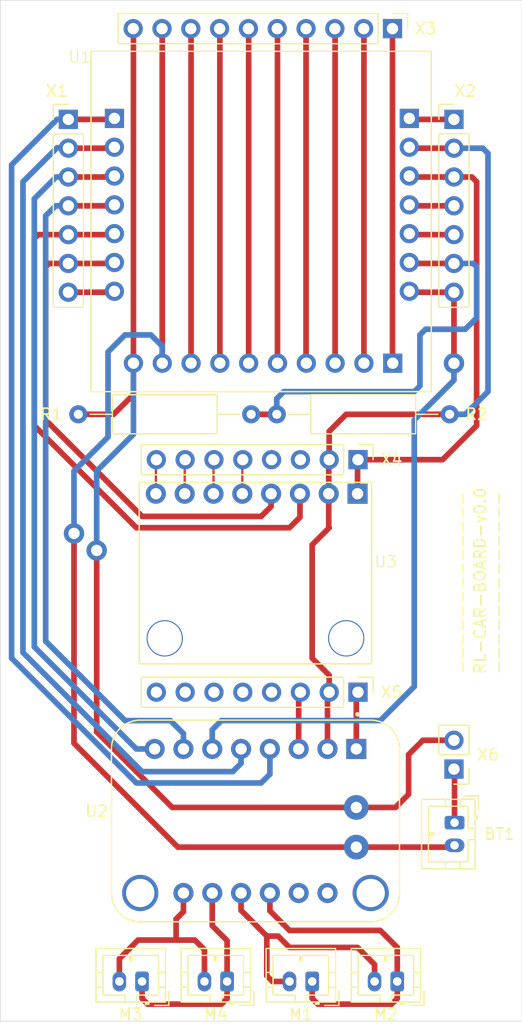
<source format=kicad_pcb>
(kicad_pcb (version 20241229) (generator "pcbnew") (generator_version "9.0")
  (layers (0 "F.Cu" signal) (2 "B.Cu" signal) (13 "F.Paste" user) (15 "B.Paste" user) (5 "F.SilkS" user "F.Silkscreen") (7 "B.SilkS" user "B.Silkscreen") (1 "F.Mask" user) (3 "B.Mask" user) (25 "Edge.Cuts" user))
  (net 0 "")
  (net 1 "Net-(BT1-+)")
  (net 2 "VBAT-")
  (net 3 "Net-(M1--)")
  (net 4 "Net-(M1-+)")
  (net 5 "Net-(M3-+)")
  (net 6 "Net-(M3--)")
  (net 7 "BAT_SENSE")
  (net 8 "VBAT+")
  (net 9 "GND")
  (net 10 "Net-(U1-5V)")
  (net 11 "3V3")
  (net 12 "ACC_SDA")
  (net 13 "Net-(U1-MTCK)")
  (net 14 "Net-(U1-GND-Pad20)")
  (net 15 "Net-(U1-MTDO)")
  (net 16 "MOT_B_DIR")
  (net 17 "Net-(U1-D+)")
  (net 18 "Net-(U1-MTMS)")
  (net 19 "Net-(U1-D-)")
  (net 20 "MOT_A_DIR_PWM")
  (net 21 "Net-(U1-GPIO43_TX_D6)")
  (net 22 "MOT_B_DIR_PWM")
  (net 23 "Net-(U1-TCH8_GPIO8_A9_D9_MISO)")
  (net 24 "ACC_SCL")
  (net 25 "MOT_SLP")
  (net 26 "Net-(U1-EN)")
  (net 27 "Net-(U1-TCH9_GPIO9_A10_D10_MOSI)")
  (net 28 "MOT_A_DIR")
  (net 29 "Net-(U1-MTDI)")
  (net 30 "Net-(U2-VM)")
  (net 31 "Net-(U2-FLT)")
  (net 34 "Net-(U3-INT)")
  (net 35 "Net-(U3-XCL)")
  (net 36 "Net-(U3-AD0)")
  (net 37 "Net-(U3-XDA)")
  (footprint "pin_header:PinHeader_1x02_P2.54mm_Vertical" (layer "F.Cu") (at 132 113.275 180)
    (property "Reference" "X6" (at -3 1.275 0) (layer "F.SilkS"))
    (property "Value" "~")
    (fp_line (start 1.33 1.27) (end 1.33 3.87) (stroke (width 0.12)) (layer "F.SilkS"))
    (fp_line (start -1.33 3.87) (end 1.33 3.87) (stroke (width 0.12)) (layer "F.SilkS"))
    (fp_line (start -1.33 1.27) (end 1.33 1.27) (stroke (width 0.12)) (layer "F.SilkS"))
    (fp_line (start -1.33 1.27) (end -1.33 3.87) (stroke (width 0.12)) (layer "F.SilkS"))
    (fp_line (start -1.33 0) (end -1.33 -1.33) (stroke (width 0.12)) (layer "F.SilkS"))
    (fp_line (start -1.33 -1.33) (end 0 -1.33) (stroke (width 0.12)) (layer "F.SilkS"))
    (pad "1" thru_hole rect (at 0 0 180) (size 1.7 1.7) (drill 1) (layers "*.Cu" "*.Mask") (net 1 "Net-(BT1-+)"))
    (pad "2" thru_hole oval (at 0 2.54 180) (size 1.7 1.7) (drill 1) (layers "*.Cu" "*.Mask") (net 8 "VBAT+"))
  )
  (footprint "Connector_JST:JST_PH_B2B-PH-K_1x02_P2.00mm_Vertical" (layer "F.Cu") (at 104.5 132 180)
    (property "Reference" "M3" (at 1 -2.9 0) (layer "F.SilkS"))
    (property "Value" "Motor_DC")
    (fp_line (start 4.06 2.91) (end 4.06 -1.81) (stroke (width 0.12)) (layer "F.SilkS"))
    (fp_line (start 4.06 0.8) (end 3.45 0.8) (stroke (width 0.12)) (layer "F.SilkS"))
    (fp_line (start 4.06 -0.5) (end 3.45 -0.5) (stroke (width 0.12)) (layer "F.SilkS"))
    (fp_line (start 4.06 -1.81) (end -2.06 -1.81) (stroke (width 0.12)) (layer "F.SilkS"))
    (fp_line (start 3.45 2.3) (end 3.45 -1.2) (stroke (width 0.12)) (layer "F.SilkS"))
    (fp_line (start 3.45 -1.2) (end 1.5 -1.2) (stroke (width 0.12)) (layer "F.SilkS"))
    (fp_line (start 1.5 -1.2) (end 1.5 -1.81) (stroke (width 0.12)) (layer "F.SilkS"))
    (fp_line (start 1.1 1.8) (end 1.1 2.3) (stroke (width 0.12)) (layer "F.SilkS"))
    (fp_line (start 1 2.3) (end 1 1.8) (stroke (width 0.12)) (layer "F.SilkS"))
    (fp_line (start 0.9 2.3) (end 0.9 1.8) (stroke (width 0.12)) (layer "F.SilkS"))
    (fp_line (start 0.9 1.8) (end 1.1 1.8) (stroke (width 0.12)) (layer "F.SilkS"))
    (fp_line (start 0.5 -1.2) (end -1.45 -1.2) (stroke (width 0.12)) (layer "F.SilkS"))
    (fp_line (start 0.5 -1.81) (end 0.5 -1.2) (stroke (width 0.12)) (layer "F.SilkS"))
    (fp_line (start -0.3 -1.81) (end -0.3 -2.01) (stroke (width 0.12)) (layer "F.SilkS"))
    (fp_line (start -0.3 -1.91) (end -0.6 -1.91) (stroke (width 0.12)) (layer "F.SilkS"))
    (fp_line (start -0.3 -2.01) (end -0.6 -2.01) (stroke (width 0.12)) (layer "F.SilkS"))
    (fp_line (start -0.6 -2.01) (end -0.6 -1.81) (stroke (width 0.12)) (layer "F.SilkS"))
    (fp_line (start -1.11 -2.11) (end -2.36 -2.11) (stroke (width 0.12)) (layer "F.SilkS"))
    (fp_line (start -1.45 2.3) (end 3.45 2.3) (stroke (width 0.12)) (layer "F.SilkS"))
    (fp_line (start -1.45 -1.2) (end -1.45 2.3) (stroke (width 0.12)) (layer "F.SilkS"))
    (fp_line (start -2.06 2.91) (end 4.06 2.91) (stroke (width 0.12)) (layer "F.SilkS"))
    (fp_line (start -2.06 0.8) (end -1.45 0.8) (stroke (width 0.12)) (layer "F.SilkS"))
    (fp_line (start -2.06 -0.5) (end -1.45 -0.5) (stroke (width 0.12)) (layer "F.SilkS"))
    (fp_line (start -2.06 -1.81) (end -2.06 2.91) (stroke (width 0.12)) (layer "F.SilkS"))
    (fp_line (start -2.36 -2.11) (end -2.36 -0.86) (stroke (width 0.12)) (layer "F.SilkS"))
    (pad "1" thru_hole roundrect (at 0 0 180) (size 1.2 1.75) (drill 0.75) (layers "*.Cu" "*.Mask") (roundrect_rratio 0.208333) (net 5 "Net-(M3-+)"))
    (pad "2" thru_hole oval (at 2 0 180) (size 1.2 1.75) (drill 0.75) (layers "*.Cu" "*.Mask") (net 6 "Net-(M3--)"))
  )
  (footprint "MountingHole:MountingHole_2.2mm_M2" (layer "F.Cu") (at 95 48.5)
    (property "Reference" "REF**" (hide yes))
    (property "Value" "MountingHole_2.2mm_M2" (hide yes))
    (pad "" np_thru_hole circle (at 0 0) (size 2.2 2.2) (drill 2.2) (layers "*.Cu" "*.Mask"))
  )
  (footprint "pin_header:PinHeader_1x08_P2.54mm_Vertical" (layer "F.Cu") (at 123.54 106.5 -90)
    (property "Reference" "X5" (at 0 -2.96 180) (layer "F.SilkS"))
    (property "Value" "~")
    (fp_line (start -1.33 19.11) (end 1.33 19.11) (stroke (width 0.12)) (layer "F.SilkS"))
    (fp_line (start -1.33 1.27) (end -1.33 19.11) (stroke (width 0.12)) (layer "F.SilkS"))
    (fp_line (start -1.33 1.27) (end 1.33 1.27) (stroke (width 0.12)) (layer "F.SilkS"))
    (fp_line (start 1.33 1.27) (end 1.33 19.11) (stroke (width 0.12)) (layer "F.SilkS"))
    (fp_line (start -1.33 0) (end -1.33 -1.33) (stroke (width 0.12)) (layer "F.SilkS"))
    (fp_line (start -1.33 -1.33) (end 0 -1.33) (stroke (width 0.12)) (layer "F.SilkS"))
    (pad "1" thru_hole rect (at 0 0 270) (size 1.7 1.7) (drill 1) (layers "*.Cu" "*.Mask") (net 30 "Net-(U2-VM)"))
    (pad "2" thru_hole oval (at 0 2.54 270) (size 1.7 1.7) (drill 1) (layers "*.Cu" "*.Mask") (net 9 "GND"))
    (pad "3" thru_hole oval (at 0 5.08 270) (size 1.7 1.7) (drill 1) (layers "*.Cu" "*.Mask") (net 31 "Net-(U2-FLT)"))
    (pad "4" thru_hole oval (at 0 7.62 270) (size 1.7 1.7) (drill 1) (layers "*.Cu" "*.Mask"))
    (pad "5" thru_hole oval (at 0 10.16 270) (size 1.7 1.7) (drill 1) (layers "*.Cu" "*.Mask"))
    (pad "6" thru_hole oval (at 0 12.7 270) (size 1.7 1.7) (drill 1) (layers "*.Cu" "*.Mask"))
    (pad "7" thru_hole oval (at 0 15.24 270) (size 1.7 1.7) (drill 1) (layers "*.Cu" "*.Mask"))
    (pad "8" thru_hole oval (at 0 17.78 270) (size 1.7 1.7) (drill 1) (layers "*.Cu" "*.Mask"))
  )
  (footprint "Connector_JST:JST_PH_B2B-PH-K_1x02_P2.00mm_Vertical" (layer "F.Cu") (at 127 132 180)
    (property "Reference" "M2" (at 1 -2.9 0) (layer "F.SilkS"))
    (property "Value" "Motor_DC")
    (fp_line (start 4.06 2.91) (end 4.06 -1.81) (stroke (width 0.12)) (layer "F.SilkS"))
    (fp_line (start 4.06 0.8) (end 3.45 0.8) (stroke (width 0.12)) (layer "F.SilkS"))
    (fp_line (start 4.06 -0.5) (end 3.45 -0.5) (stroke (width 0.12)) (layer "F.SilkS"))
    (fp_line (start 4.06 -1.81) (end -2.06 -1.81) (stroke (width 0.12)) (layer "F.SilkS"))
    (fp_line (start 3.45 2.3) (end 3.45 -1.2) (stroke (width 0.12)) (layer "F.SilkS"))
    (fp_line (start 3.45 -1.2) (end 1.5 -1.2) (stroke (width 0.12)) (layer "F.SilkS"))
    (fp_line (start 1.5 -1.2) (end 1.5 -1.81) (stroke (width 0.12)) (layer "F.SilkS"))
    (fp_line (start 1.1 1.8) (end 1.1 2.3) (stroke (width 0.12)) (layer "F.SilkS"))
    (fp_line (start 1 2.3) (end 1 1.8) (stroke (width 0.12)) (layer "F.SilkS"))
    (fp_line (start 0.9 2.3) (end 0.9 1.8) (stroke (width 0.12)) (layer "F.SilkS"))
    (fp_line (start 0.9 1.8) (end 1.1 1.8) (stroke (width 0.12)) (layer "F.SilkS"))
    (fp_line (start 0.5 -1.2) (end -1.45 -1.2) (stroke (width 0.12)) (layer "F.SilkS"))
    (fp_line (start 0.5 -1.81) (end 0.5 -1.2) (stroke (width 0.12)) (layer "F.SilkS"))
    (fp_line (start -0.3 -1.81) (end -0.3 -2.01) (stroke (width 0.12)) (layer "F.SilkS"))
    (fp_line (start -0.3 -1.91) (end -0.6 -1.91) (stroke (width 0.12)) (layer "F.SilkS"))
    (fp_line (start -0.3 -2.01) (end -0.6 -2.01) (stroke (width 0.12)) (layer "F.SilkS"))
    (fp_line (start -0.6 -2.01) (end -0.6 -1.81) (stroke (width 0.12)) (layer "F.SilkS"))
    (fp_line (start -1.11 -2.11) (end -2.36 -2.11) (stroke (width 0.12)) (layer "F.SilkS"))
    (fp_line (start -1.45 2.3) (end 3.45 2.3) (stroke (width 0.12)) (layer "F.SilkS"))
    (fp_line (start -1.45 -1.2) (end -1.45 2.3) (stroke (width 0.12)) (layer "F.SilkS"))
    (fp_line (start -2.06 2.91) (end 4.06 2.91) (stroke (width 0.12)) (layer "F.SilkS"))
    (fp_line (start -2.06 0.8) (end -1.45 0.8) (stroke (width 0.12)) (layer "F.SilkS"))
    (fp_line (start -2.06 -0.5) (end -1.45 -0.5) (stroke (width 0.12)) (layer "F.SilkS"))
    (fp_line (start -2.06 -1.81) (end -2.06 2.91) (stroke (width 0.12)) (layer "F.SilkS"))
    (fp_line (start -2.36 -2.11) (end -2.36 -0.86) (stroke (width 0.12)) (layer "F.SilkS"))
    (pad "1" thru_hole roundrect (at 0 0 180) (size 1.2 1.75) (drill 0.75) (layers "*.Cu" "*.Mask") (roundrect_rratio 0.208333) (net 4 "Net-(M1-+)"))
    (pad "2" thru_hole oval (at 2 0 180) (size 1.2 1.75) (drill 0.75) (layers "*.Cu" "*.Mask") (net 3 "Net-(M1--)"))
  )
  (footprint "Connector_JST:JST_PH_B2B-PH-K_1x02_P2.00mm_Vertical" (layer "F.Cu") (at 132.05 118 -90)
    (property "Reference" "BT1" (at 1 -3.95 180) (layer "F.SilkS"))
    (property "Value" "Li-Po 3.7 V 1000 mAh")
    (fp_line (start -2.06 2.91) (end 4.06 2.91) (stroke (width 0.12)) (layer "F.SilkS"))
    (fp_line (start 4.06 2.91) (end 4.06 -1.81) (stroke (width 0.12)) (layer "F.SilkS"))
    (fp_line (start -1.45 2.3) (end 3.45 2.3) (stroke (width 0.12)) (layer "F.SilkS"))
    (fp_line (start 0.9 2.3) (end 0.9 1.8) (stroke (width 0.12)) (layer "F.SilkS"))
    (fp_line (start 1 2.3) (end 1 1.8) (stroke (width 0.12)) (layer "F.SilkS"))
    (fp_line (start 3.45 2.3) (end 3.45 -1.2) (stroke (width 0.12)) (layer "F.SilkS"))
    (fp_line (start 0.9 1.8) (end 1.1 1.8) (stroke (width 0.12)) (layer "F.SilkS"))
    (fp_line (start 1.1 1.8) (end 1.1 2.3) (stroke (width 0.12)) (layer "F.SilkS"))
    (fp_line (start -2.06 0.8) (end -1.45 0.8) (stroke (width 0.12)) (layer "F.SilkS"))
    (fp_line (start 4.06 0.8) (end 3.45 0.8) (stroke (width 0.12)) (layer "F.SilkS"))
    (fp_line (start -2.06 -0.5) (end -1.45 -0.5) (stroke (width 0.12)) (layer "F.SilkS"))
    (fp_line (start 4.06 -0.5) (end 3.45 -0.5) (stroke (width 0.12)) (layer "F.SilkS"))
    (fp_line (start -1.45 -1.2) (end -1.45 2.3) (stroke (width 0.12)) (layer "F.SilkS"))
    (fp_line (start 0.5 -1.2) (end -1.45 -1.2) (stroke (width 0.12)) (layer "F.SilkS"))
    (fp_line (start 1.5 -1.2) (end 1.5 -1.81) (stroke (width 0.12)) (layer "F.SilkS"))
    (fp_line (start 3.45 -1.2) (end 1.5 -1.2) (stroke (width 0.12)) (layer "F.SilkS"))
    (fp_line (start -2.06 -1.81) (end -2.06 2.91) (stroke (width 0.12)) (layer "F.SilkS"))
    (fp_line (start -0.3 -1.81) (end -0.3 -2.01) (stroke (width 0.12)) (layer "F.SilkS"))
    (fp_line (start 0.5 -1.81) (end 0.5 -1.2) (stroke (width 0.12)) (layer "F.SilkS"))
    (fp_line (start 4.06 -1.81) (end -2.06 -1.81) (stroke (width 0.12)) (layer "F.SilkS"))
    (fp_line (start -0.3 -1.91) (end -0.6 -1.91) (stroke (width 0.12)) (layer "F.SilkS"))
    (fp_line (start -0.6 -2.01) (end -0.6 -1.81) (stroke (width 0.12)) (layer "F.SilkS"))
    (fp_line (start -0.3 -2.01) (end -0.6 -2.01) (stroke (width 0.12)) (layer "F.SilkS"))
    (fp_line (start -2.36 -2.11) (end -2.36 -0.86) (stroke (width 0.12)) (layer "F.SilkS"))
    (fp_line (start -1.11 -2.11) (end -2.36 -2.11) (stroke (width 0.12)) (layer "F.SilkS"))
    (pad "1" thru_hole roundrect (at 0 0 270) (size 1.2 1.75) (drill 0.75) (layers "*.Cu" "*.Mask") (roundrect_rratio 0.208333) (net 1 "Net-(BT1-+)"))
    (pad "2" thru_hole oval (at 2 0 270) (size 1.2 1.75) (drill 0.75) (layers "*.Cu" "*.Mask") (net 2 "VBAT-"))
  )
  (footprint "adafruit_drv8833:adafruit_drv8833" (layer "F.Cu") (at 114.5 117.85 -90)
    (property "Reference" "U2" (at -0.85 14 180) (layer "F.SilkS"))
    (property "Value" "Adafruit motor driver DRV8833" (hide yes))
    (fp_line (start -6.35 12.7) (end 6.35 12.7) (stroke (width 0.127)) (layer "F.SilkS"))
    (fp_line (start 8.89 10.16) (end 8.89 -10.16) (stroke (width 0.127)) (layer "F.SilkS"))
    (fp_line (start -8.89 -10.16) (end -8.89 10.16) (stroke (width 0.127)) (layer "F.SilkS"))
    (fp_line (start 6.35 -12.7) (end -6.35 -12.7) (stroke (width 0.127)) (layer "F.SilkS"))
    (fp_arc (start -6.35 12.7) (mid -8.146051 11.956051) (end -8.89 10.16) (stroke (width 0.127)) (layer "F.SilkS"))
    (fp_arc (start 8.89 10.16) (mid 8.146051 11.956051) (end 6.35 12.7) (stroke (width 0.127)) (layer "F.SilkS"))
    (fp_arc (start -8.89 -10.16) (mid -8.146051 -11.956051) (end -6.35 -12.7) (stroke (width 0.127)) (layer "F.SilkS"))
    (fp_arc (start 6.35 -12.7) (mid 8.146051 -11.956051) (end 8.89 -10.16) (stroke (width 0.127)) (layer "F.SilkS"))
    (fp_circle (center -9.4 -9) (end -9.3 -9) (stroke (width 0.2)) (fill no) (layer "F.SilkS"))
    (pad "1" thru_hole rect (at -6.35 -8.89 270) (size 1.778 1.778) (drill 1) (layers "*.Cu" "*.Mask") (net 30 "Net-(U2-VM)"))
    (pad "2" thru_hole circle (at -6.35 -6.35 270) (size 1.778 1.778) (drill 1) (layers "*.Cu" "*.Mask") (net 9 "GND"))
    (pad "3" thru_hole circle (at -6.35 -3.81 270) (size 1.778 1.778) (drill 1) (layers "*.Cu" "*.Mask") (net 31 "Net-(U2-FLT)"))
    (pad "4" thru_hole circle (at -6.35 -1.27 270) (size 1.778 1.778) (drill 1) (layers "*.Cu" "*.Mask") (net 16 "MOT_B_DIR"))
    (pad "5" thru_hole circle (at -6.35 1.27 270) (size 1.778 1.778) (drill 1) (layers "*.Cu" "*.Mask") (net 22 "MOT_B_DIR_PWM"))
    (pad "6" thru_hole circle (at -6.35 3.81 270) (size 1.778 1.778) (drill 1) (layers "*.Cu" "*.Mask") (net 25 "MOT_SLP"))
    (pad "7" thru_hole circle (at -6.35 6.35 270) (size 1.778 1.778) (drill 1) (layers "*.Cu" "*.Mask") (net 20 "MOT_A_DIR_PWM"))
    (pad "8" thru_hole circle (at -6.35 8.89 270) (size 1.778 1.778) (drill 1) (layers "*.Cu" "*.Mask") (net 28 "MOT_A_DIR"))
    (pad "9" thru_hole circle (at 6.35 -6.35 270) (size 1.778 1.778) (drill 1) (layers "*.Cu" "*.Mask"))
    (pad "10" thru_hole circle (at 6.35 -3.81 270) (size 1.778 1.778) (drill 1) (layers "*.Cu" "*.Mask"))
    (pad "11" thru_hole circle (at 6.35 -1.27 270) (size 1.778 1.778) (drill 1) (layers "*.Cu" "*.Mask") (net 4 "Net-(M1-+)"))
    (pad "12" thru_hole circle (at 6.35 1.27 270) (size 1.778 1.778) (drill 1) (layers "*.Cu" "*.Mask") (net 3 "Net-(M1--)"))
    (pad "13" thru_hole circle (at 6.35 3.81 270) (size 1.778 1.778) (drill 1) (layers "*.Cu" "*.Mask") (net 5 "Net-(M3-+)"))
    (pad "14" thru_hole circle (at 6.35 6.35 270) (size 1.778 1.778) (drill 1) (layers "*.Cu" "*.Mask") (net 6 "Net-(M3--)"))
    (pad "15" thru_hole circle (at -1.192 -8.89 270) (size 2.1844 2.1844) (drill 1) (layers "*.Cu" "*.Mask") (net 8 "VBAT+"))
    (pad "16" thru_hole circle (at 2.308 -8.89 270) (size 2.1844 2.1844) (drill 1) (layers "*.Cu" "*.Mask") (net 2 "VBAT-"))
    (pad "S1" thru_hole circle (at 6.35 -10.16 270) (size 3.2 3.2) (drill 2.5) (layers "*.Cu" "*.Mask"))
    (pad "S2" thru_hole circle (at 6.35 10.16 270) (size 3.2 3.2) (drill 2.5) (layers "*.Cu" "*.Mask"))
  )
  (footprint "adafruit_drv8833:pucrea_mpu_6050" (layer "F.Cu") (at 124.75 88 -90)
    (property "Reference" "U3" (at 7 -1.25 0) (layer "F.SilkS") (effects (font (thickness 0.1))))
    (property "Value" "Purecrea MPU-6050")
    (fp_line (start 0 20.5) (end 16 20.5) (stroke (width 0.127)) (layer "F.SilkS"))
    (fp_line (start 0 0) (end 0 20.5) (stroke (width 0.127)) (layer "F.SilkS"))
    (fp_line (start 0 0) (end 16 0) (stroke (width 0.127)) (layer "F.SilkS"))
    (fp_line (start 16 0) (end 16 20.5) (stroke (width 0.127)) (layer "F.SilkS"))
    (pad "1" thru_hole rect (at 1 1.25 270) (size 1.778 1.778) (drill 1) (layers "*.Cu" "*.Mask") (net 11 "3V3"))
    (pad "2" thru_hole circle (at 1 3.79 270) (size 1.778 1.778) (drill 1) (layers "*.Cu" "*.Mask") (net 9 "GND"))
    (pad "3" thru_hole circle (at 1 6.33 270) (size 1.778 1.778) (drill 1) (layers "*.Cu" "*.Mask") (net 12 "ACC_SDA"))
    (pad "4" thru_hole circle (at 1 8.87 270) (size 1.778 1.778) (drill 1) (layers "*.Cu" "*.Mask") (net 24 "ACC_SCL"))
    (pad "5" thru_hole circle (at 1 11.41 270) (size 1.778 1.778) (drill 1) (layers "*.Cu" "*.Mask") (net 37 "Net-(U3-XDA)"))
    (pad "6" thru_hole circle (at 1 13.95 270) (size 1.778 1.778) (drill 1) (layers "*.Cu" "*.Mask") (net 35 "Net-(U3-XCL)"))
    (pad "7" thru_hole circle (at 1 16.49 270) (size 1.778 1.778) (drill 1) (layers "*.Cu" "*.Mask") (net 36 "Net-(U3-AD0)"))
    (pad "8" thru_hole circle (at 1 19.03 270) (size 1.778 1.778) (drill 1) (layers "*.Cu" "*.Mask") (net 34 "Net-(U3-INT)"))
    (pad "S1" thru_hole circle (at 13.75 2.25 270) (size 3.2 3.2) (drill 3) (layers "*.Cu" "*.Mask"))
    (pad "S1" thru_hole circle (at 13.75 18.25 270) (size 3.2 3.2) (drill 3) (layers "*.Cu" "*.Mask"))
  )
  (footprint "MountingHole:MountingHole_2.2mm_M2" (layer "F.Cu") (at 95 132.5)
    (property "Reference" "REF**" (hide yes))
    (property "Value" "MountingHole_2.2mm_M2" (hide yes))
    (pad "" np_thru_hole circle (at 0 0) (size 2.2 2.2) (drill 2.2) (layers "*.Cu" "*.Mask"))
  )
  (footprint "Connector_JST:JST_PH_B2B-PH-K_1x02_P2.00mm_Vertical" (layer "F.Cu") (at 119.5 132 180)
    (property "Reference" "M1" (at 1 -2.9 0) (layer "F.SilkS"))
    (property "Value" "Motor_DC")
    (fp_line (start 4.06 2.91) (end 4.06 -1.81) (stroke (width 0.12)) (layer "F.SilkS"))
    (fp_line (start 4.06 0.8) (end 3.45 0.8) (stroke (width 0.12)) (layer "F.SilkS"))
    (fp_line (start 4.06 -0.5) (end 3.45 -0.5) (stroke (width 0.12)) (layer "F.SilkS"))
    (fp_line (start 4.06 -1.81) (end -2.06 -1.81) (stroke (width 0.12)) (layer "F.SilkS"))
    (fp_line (start 3.45 2.3) (end 3.45 -1.2) (stroke (width 0.12)) (layer "F.SilkS"))
    (fp_line (start 3.45 -1.2) (end 1.5 -1.2) (stroke (width 0.12)) (layer "F.SilkS"))
    (fp_line (start 1.5 -1.2) (end 1.5 -1.81) (stroke (width 0.12)) (layer "F.SilkS"))
    (fp_line (start 1.1 1.8) (end 1.1 2.3) (stroke (width 0.12)) (layer "F.SilkS"))
    (fp_line (start 1 2.3) (end 1 1.8) (stroke (width 0.12)) (layer "F.SilkS"))
    (fp_line (start 0.9 2.3) (end 0.9 1.8) (stroke (width 0.12)) (layer "F.SilkS"))
    (fp_line (start 0.9 1.8) (end 1.1 1.8) (stroke (width 0.12)) (layer "F.SilkS"))
    (fp_line (start 0.5 -1.2) (end -1.45 -1.2) (stroke (width 0.12)) (layer "F.SilkS"))
    (fp_line (start 0.5 -1.81) (end 0.5 -1.2) (stroke (width 0.12)) (layer "F.SilkS"))
    (fp_line (start -0.3 -1.81) (end -0.3 -2.01) (stroke (width 0.12)) (layer "F.SilkS"))
    (fp_line (start -0.3 -1.91) (end -0.6 -1.91) (stroke (width 0.12)) (layer "F.SilkS"))
    (fp_line (start -0.3 -2.01) (end -0.6 -2.01) (stroke (width 0.12)) (layer "F.SilkS"))
    (fp_line (start -0.6 -2.01) (end -0.6 -1.81) (stroke (width 0.12)) (layer "F.SilkS"))
    (fp_line (start -1.11 -2.11) (end -2.36 -2.11) (stroke (width 0.12)) (layer "F.SilkS"))
    (fp_line (start -1.45 2.3) (end 3.45 2.3) (stroke (width 0.12)) (layer "F.SilkS"))
    (fp_line (start -1.45 -1.2) (end -1.45 2.3) (stroke (width 0.12)) (layer "F.SilkS"))
    (fp_line (start -2.06 2.91) (end 4.06 2.91) (stroke (width 0.12)) (layer "F.SilkS"))
    (fp_line (start -2.06 0.8) (end -1.45 0.8) (stroke (width 0.12)) (layer "F.SilkS"))
    (fp_line (start -2.06 -0.5) (end -1.45 -0.5) (stroke (width 0.12)) (layer "F.SilkS"))
    (fp_line (start -2.06 -1.81) (end -2.06 2.91) (stroke (width 0.12)) (layer "F.SilkS"))
    (fp_line (start -2.36 -2.11) (end -2.36 -0.86) (stroke (width 0.12)) (layer "F.SilkS"))
    (pad "1" thru_hole roundrect (at 0 0 180) (size 1.2 1.75) (drill 0.75) (layers "*.Cu" "*.Mask") (roundrect_rratio 0.208333) (net 4 "Net-(M1-+)"))
    (pad "2" thru_hole oval (at 2 0 180) (size 1.2 1.75) (drill 0.75) (layers "*.Cu" "*.Mask") (net 3 "Net-(M1--)"))
  )
  (footprint "Connector_JST:JST_PH_B2B-PH-K_1x02_P2.00mm_Vertical" (layer "F.Cu") (at 112 132 180)
    (property "Reference" "M4" (at 1 -2.9 0) (layer "F.SilkS"))
    (property "Value" "Motor_DC")
    (fp_line (start 4.06 2.91) (end 4.06 -1.81) (stroke (width 0.12)) (layer "F.SilkS"))
    (fp_line (start 4.06 0.8) (end 3.45 0.8) (stroke (width 0.12)) (layer "F.SilkS"))
    (fp_line (start 4.06 -0.5) (end 3.45 -0.5) (stroke (width 0.12)) (layer "F.SilkS"))
    (fp_line (start 4.06 -1.81) (end -2.06 -1.81) (stroke (width 0.12)) (layer "F.SilkS"))
    (fp_line (start 3.45 2.3) (end 3.45 -1.2) (stroke (width 0.12)) (layer "F.SilkS"))
    (fp_line (start 3.45 -1.2) (end 1.5 -1.2) (stroke (width 0.12)) (layer "F.SilkS"))
    (fp_line (start 1.5 -1.2) (end 1.5 -1.81) (stroke (width 0.12)) (layer "F.SilkS"))
    (fp_line (start 1.1 1.8) (end 1.1 2.3) (stroke (width 0.12)) (layer "F.SilkS"))
    (fp_line (start 1 2.3) (end 1 1.8) (stroke (width 0.12)) (layer "F.SilkS"))
    (fp_line (start 0.9 2.3) (end 0.9 1.8) (stroke (width 0.12)) (layer "F.SilkS"))
    (fp_line (start 0.9 1.8) (end 1.1 1.8) (stroke (width 0.12)) (layer "F.SilkS"))
    (fp_line (start 0.5 -1.2) (end -1.45 -1.2) (stroke (width 0.12)) (layer "F.SilkS"))
    (fp_line (start 0.5 -1.81) (end 0.5 -1.2) (stroke (width 0.12)) (layer "F.SilkS"))
    (fp_line (start -0.3 -1.81) (end -0.3 -2.01) (stroke (width 0.12)) (layer "F.SilkS"))
    (fp_line (start -0.3 -1.91) (end -0.6 -1.91) (stroke (width 0.12)) (layer "F.SilkS"))
    (fp_line (start -0.3 -2.01) (end -0.6 -2.01) (stroke (width 0.12)) (layer "F.SilkS"))
    (fp_line (start -0.6 -2.01) (end -0.6 -1.81) (stroke (width 0.12)) (layer "F.SilkS"))
    (fp_line (start -1.11 -2.11) (end -2.36 -2.11) (stroke (width 0.12)) (layer "F.SilkS"))
    (fp_line (start -1.45 2.3) (end 3.45 2.3) (stroke (width 0.12)) (layer "F.SilkS"))
    (fp_line (start -1.45 -1.2) (end -1.45 2.3) (stroke (width 0.12)) (layer "F.SilkS"))
    (fp_line (start -2.06 2.91) (end 4.06 2.91) (stroke (width 0.12)) (layer "F.SilkS"))
    (fp_line (start -2.06 0.8) (end -1.45 0.8) (stroke (width 0.12)) (layer "F.SilkS"))
    (fp_line (start -2.06 -0.5) (end -1.45 -0.5) (stroke (width 0.12)) (layer "F.SilkS"))
    (fp_line (start -2.06 -1.81) (end -2.06 2.91) (stroke (width 0.12)) (layer "F.SilkS"))
    (fp_line (start -2.36 -2.11) (end -2.36 -0.86) (stroke (width 0.12)) (layer "F.SilkS"))
    (pad "1" thru_hole roundrect (at 0 0 180) (size 1.2 1.75) (drill 0.75) (layers "*.Cu" "*.Mask") (roundrect_rratio 0.208333) (net 5 "Net-(M3-+)"))
    (pad "2" thru_hole oval (at 2 0 180) (size 1.2 1.75) (drill 0.75) (layers "*.Cu" "*.Mask") (net 6 "Net-(M3--)"))
  )
  (footprint "Resistor_THT:R_Axial_DIN0309_L9.0mm_D3.2mm_P15.24mm_Horizontal" (layer "F.Cu") (at 98.88 82)
    (property "Reference" "R1" (at -2.38 0 0) (layer "F.SilkS"))
    (property "Value" "100k")
    (fp_line (start 1.04 0) (end 3 0) (stroke (width 0.12)) (layer "F.SilkS"))
    (fp_line (start 14.2 0) (end 12.24 0) (stroke (width 0.12)) (layer "F.SilkS"))
    (fp_rect (start 3 -1.72) (end 12.24 1.72) (stroke (width 0.12)) (fill no) (layer "F.SilkS"))
    (pad "1" thru_hole circle (at 0 0) (size 1.6 1.6) (drill 0.8) (layers "*.Cu" "*.Mask") (net 8 "VBAT+"))
    (pad "2" thru_hole circle (at 15.24 0) (size 1.6 1.6) (drill 0.8) (layers "*.Cu" "*.Mask") (net 7 "BAT_SENSE"))
  )
  (footprint "MountingHole:MountingHole_2.2mm_M2" (layer "F.Cu") (at 135 48.5)
    (property "Reference" "REF**" (hide yes))
    (property "Value" "MountingHole_2.2mm_M2" (hide yes))
    (pad "" np_thru_hole circle (at 0 0) (size 2.2 2.2) (drill 2.2) (layers "*.Cu" "*.Mask"))
  )
  (footprint "pin_header:PinHeader_1x07_P2.54mm_Vertical" (layer "F.Cu") (at 98 56)
    (property "Reference" "X1" (at -1 -2.5 0) (layer "F.SilkS"))
    (property "Value" "~")
    (fp_line (start -1.33 -1.33) (end 0 -1.33) (stroke (width 0.12)) (layer "F.SilkS"))
    (fp_line (start -1.33 0) (end -1.33 -1.33) (stroke (width 0.12)) (layer "F.SilkS"))
    (fp_line (start -1.33 1.27) (end -1.33 16.57) (stroke (width 0.12)) (layer "F.SilkS"))
    (fp_line (start -1.33 1.27) (end 1.33 1.27) (stroke (width 0.12)) (layer "F.SilkS"))
    (fp_line (start -1.33 16.57) (end 1.33 16.57) (stroke (width 0.12)) (layer "F.SilkS"))
    (fp_line (start 1.33 1.27) (end 1.33 16.57) (stroke (width 0.12)) (layer "F.SilkS"))
    (pad "1" thru_hole rect (at 0 0) (size 1.7 1.7) (drill 1) (layers "*.Cu" "*.Mask") (net 16 "MOT_B_DIR"))
    (pad "2" thru_hole oval (at 0 2.54) (size 1.7 1.7) (drill 1) (layers "*.Cu" "*.Mask") (net 22 "MOT_B_DIR_PWM"))
    (pad "3" thru_hole oval (at 0 5.08) (size 1.7 1.7) (drill 1) (layers "*.Cu" "*.Mask") (net 28 "MOT_A_DIR"))
    (pad "4" thru_hole oval (at 0 7.62) (size 1.7 1.7) (drill 1) (layers "*.Cu" "*.Mask") (net 20 "MOT_A_DIR_PWM"))
    (pad "5" thru_hole oval (at 0 10.16) (size 1.7 1.7) (drill 1) (layers "*.Cu" "*.Mask") (net 12 "ACC_SDA"))
    (pad "6" thru_hole oval (at 0 12.7) (size 1.7 1.7) (drill 1) (layers "*.Cu" "*.Mask") (net 24 "ACC_SCL"))
    (pad "7" thru_hole oval (at 0 15.24) (size 1.7 1.7) (drill 1) (layers "*.Cu" "*.Mask") (net 21 "Net-(U1-GPIO43_TX_D6)"))
  )
  (footprint "Resistor_THT:R_Axial_DIN0309_L9.0mm_D3.2mm_P15.24mm_Horizontal" (layer "F.Cu") (at 116.38 82)
    (property "Reference" "R2" (at 17.62 0 0) (layer "F.SilkS"))
    (property "Value" "100k")
    (fp_line (start 1.04 0) (end 3 0) (stroke (width 0.12)) (layer "F.SilkS"))
    (fp_line (start 14.2 0) (end 12.24 0) (stroke (width 0.12)) (layer "F.SilkS"))
    (fp_rect (start 3 -1.72) (end 12.24 1.72) (stroke (width 0.12)) (fill no) (layer "F.SilkS"))
    (pad "1" thru_hole circle (at 0 0) (size 1.6 1.6) (drill 0.8) (layers "*.Cu" "*.Mask") (net 7 "BAT_SENSE"))
    (pad "2" thru_hole circle (at 15.24 0) (size 1.6 1.6) (drill 0.8) (layers "*.Cu" "*.Mask") (net 9 "GND"))
  )
  (footprint "adafruit_drv8833:esp32s3_sense_module" (layer "F.Cu") (at 100 50)
    (property "Reference" "U1" (at -1 0.5 0) (layer "F.SilkS") (effects (font (thickness 0.1))))
    (property "Value" "MOUDLE-SEEEDUINO-XIAO-ESP32S3")
    (fp_line (start 0 0) (end 30 0) (stroke (width 0.127)) (layer "F.SilkS"))
    (fp_line (start 0 30) (end 0 0) (stroke (width 0.127)) (layer "F.SilkS"))
    (fp_line (start 30 30) (end 0 30) (stroke (width 0.127)) (layer "F.SilkS"))
    (fp_line (start 30 30) (end 30 0) (stroke (width 0.127)) (layer "F.SilkS"))
    (pad "1" thru_hole rect (at 2.061364 5.913 180) (size 1.7 1.7) (drill 1) (layers "*.Cu" "*.Mask") (net 16 "MOT_B_DIR"))
    (pad "2" thru_hole oval (at 2.061364 8.453 180) (size 1.7 1.7) (drill 1) (layers "*.Cu" "*.Mask") (net 22 "MOT_B_DIR_PWM"))
    (pad "3" thru_hole oval (at 2.061364 10.993 180) (size 1.7 1.7) (drill 1) (layers "*.Cu" "*.Mask") (net 28 "MOT_A_DIR"))
    (pad "4" thru_hole oval (at 2.061364 13.533 180) (size 1.7 1.7) (drill 1) (layers "*.Cu" "*.Mask") (net 20 "MOT_A_DIR_PWM"))
    (pad "5" thru_hole oval (at 2.061364 16.073 180) (size 1.7 1.7) (drill 1) (layers "*.Cu" "*.Mask") (net 12 "ACC_SDA"))
    (pad "6" thru_hole oval (at 2.061364 18.613 180) (size 1.7 1.7) (drill 1) (layers "*.Cu" "*.Mask") (net 24 "ACC_SCL"))
    (pad "7" thru_hole oval (at 2.061364 21.153 180) (size 1.7 1.7) (drill 1) (layers "*.Cu" "*.Mask") (net 21 "Net-(U1-GPIO43_TX_D6)"))
    (pad "8" thru_hole oval (at 28.061364 21.153 180) (size 1.7 1.7) (drill 1) (layers "*.Cu" "*.Mask") (net 25 "MOT_SLP"))
    (pad "9" thru_hole oval (at 28.061364 18.613 180) (size 1.7 1.7) (drill 1) (layers "*.Cu" "*.Mask") (net 7 "BAT_SENSE"))
    (pad "10" thru_hole oval (at 28.061364 16.073 180) (size 1.7 1.7) (drill 1) (layers "*.Cu" "*.Mask") (net 23 "Net-(U1-TCH8_GPIO8_A9_D9_MISO)"))
    (pad "11" thru_hole oval (at 28.061364 13.533 180) (size 1.7 1.7) (drill 1) (layers "*.Cu" "*.Mask") (net 27 "Net-(U1-TCH9_GPIO9_A10_D10_MOSI)"))
    (pad "12" thru_hole oval (at 28.061364 10.993 180) (size 1.7 1.7) (drill 1) (layers "*.Cu" "*.Mask") (net 11 "3V3"))
    (pad "13" thru_hole oval (at 28.061364 8.453 180) (size 1.7 1.7) (drill 1) (layers "*.Cu" "*.Mask") (net 9 "GND"))
    (pad "14" thru_hole rect (at 28.061364 5.913 180) (size 1.7 1.7) (drill 1) (layers "*.Cu" "*.Mask") (net 10 "Net-(U1-5V)"))
    (pad "15" thru_hole oval (at 3.741364 27.493 90) (size 1.7 1.7) (drill 1) (layers "*.Cu" "*.Mask") (net 8 "VBAT+"))
    (pad "16" thru_hole oval (at 6.281364 27.493 90) (size 1.7 1.7) (drill 1) (layers "*.Cu" "*.Mask") (net 2 "VBAT-"))
    (pad "17" thru_hole rect (at 26.601364 27.493 90) (size 1.7 1.7) (drill 1) (layers "*.Cu" "*.Mask") (net 29 "Net-(U1-MTDI)"))
    (pad "18" thru_hole oval (at 24.061364 27.493 90) (size 1.7 1.7) (drill 1) (layers "*.Cu" "*.Mask") (net 15 "Net-(U1-MTDO)"))
    (pad "19" thru_hole oval (at 18.981364 27.493 90) (size 1.7 1.7) (drill 1) (layers "*.Cu" "*.Mask") (net 26 "Net-(U1-EN)"))
    (pad "20" thru_hole oval (at 21.521364 27.493 90) (size 1.7 1.7) (drill 1) (layers "*.Cu" "*.Mask") (net 14 "Net-(U1-GND-Pad20)"))
    (pad "21" thru_hole oval (at 13.901364 27.493 90) (size 1.7 1.7) (drill 1) (layers "*.Cu" "*.Mask") (net 18 "Net-(U1-MTMS)"))
    (pad "22" thru_hole oval (at 16.441364 27.493 90) (size 1.7 1.7) (drill 1) (layers "*.Cu" "*.Mask") (net 13 "Net-(U1-MTCK)"))
    (pad "23" thru_hole oval (at 8.821364 27.493 90) (size 1.7 1.7) (drill 1) (layers "*.Cu" "*.Mask") (net 19 "Net-(U1-D-)"))
    (pad "24" thru_hole oval (at 11.361364 27.493 90) (size 1.7 1.7) (drill 1) (layers "*.Cu" "*.Mask") (net 17 "Net-(U1-D+)"))
  )
  (footprint "pin_header:PinHeader_1x10_P2.54mm_Vertical" (layer "F.Cu") (at 126.58 48 -90)
    (property "Reference" "X3" (at 0 -2.92 180) (layer "F.SilkS"))
    (property "Value" "~")
    (fp_line (start -1.33 24.19) (end 1.33 24.19) (stroke (width 0.12)) (layer "F.SilkS"))
    (fp_line (start -1.33 1.27) (end -1.33 24.19) (stroke (width 0.12)) (layer "F.SilkS"))
    (fp_line (start -1.33 1.27) (end 1.33 1.27) (stroke (width 0.12)) (layer "F.SilkS"))
    (fp_line (start 1.33 1.27) (end 1.33 24.19) (stroke (width 0.12)) (layer "F.SilkS"))
    (fp_line (start -1.33 0) (end -1.33 -1.33) (stroke (width 0.12)) (layer "F.SilkS"))
    (fp_line (start -1.33 -1.33) (end 0 -1.33) (stroke (width 0.12)) (layer "F.SilkS"))
    (pad "1" thru_hole rect (at 0 0 270) (size 1.7 1.7) (drill 1) (layers "*.Cu" "*.Mask") (net 29 "Net-(U1-MTDI)"))
    (pad "2" thru_hole oval (at 0 2.54 270) (size 1.7 1.7) (drill 1) (layers "*.Cu" "*.Mask") (net 15 "Net-(U1-MTDO)"))
    (pad "3" thru_hole oval (at 0 5.08 270) (size 1.7 1.7) (drill 1) (layers "*.Cu" "*.Mask") (net 14 "Net-(U1-GND-Pad20)"))
    (pad "4" thru_hole oval (at 0 7.62 270) (size 1.7 1.7) (drill 1) (layers "*.Cu" "*.Mask") (net 26 "Net-(U1-EN)"))
    (pad "5" thru_hole oval (at 0 10.16 270) (size 1.7 1.7) (drill 1) (layers "*.Cu" "*.Mask") (net 13 "Net-(U1-MTCK)"))
    (pad "6" thru_hole oval (at 0 12.7 270) (size 1.7 1.7) (drill 1) (layers "*.Cu" "*.Mask") (net 18 "Net-(U1-MTMS)"))
    (pad "7" thru_hole oval (at 0 15.24 270) (size 1.7 1.7) (drill 1) (layers "*.Cu" "*.Mask") (net 17 "Net-(U1-D+)"))
    (pad "8" thru_hole oval (at 0 17.78 270) (size 1.7 1.7) (drill 1) (layers "*.Cu" "*.Mask") (net 19 "Net-(U1-D-)"))
    (pad "9" thru_hole oval (at 0 20.32 270) (size 1.7 1.7) (drill 1) (layers "*.Cu" "*.Mask") (net 2 "VBAT-"))
    (pad "10" thru_hole oval (at 0 22.86 270) (size 1.7 1.7) (drill 1) (layers "*.Cu" "*.Mask") (net 8 "VBAT+"))
  )
  (footprint "pin_header:PinHeader_1x07_P2.54mm_Vertical" (layer "F.Cu") (at 132 56)
    (property "Reference" "X2" (at 1 -2.5 0) (layer "F.SilkS"))
    (property "Value" "~")
    (fp_line (start -1.33 -1.33) (end 0 -1.33) (stroke (width 0.12)) (layer "F.SilkS"))
    (fp_line (start -1.33 0) (end -1.33 -1.33) (stroke (width 0.12)) (layer "F.SilkS"))
    (fp_line (start -1.33 1.27) (end -1.33 16.57) (stroke (width 0.12)) (layer "F.SilkS"))
    (fp_line (start -1.33 1.27) (end 1.33 1.27) (stroke (width 0.12)) (layer "F.SilkS"))
    (fp_line (start -1.33 16.57) (end 1.33 16.57) (stroke (width 0.12)) (layer "F.SilkS"))
    (fp_line (start 1.33 1.27) (end 1.33 16.57) (stroke (width 0.12)) (layer "F.SilkS"))
    (pad "1" thru_hole rect (at 0 0) (size 1.7 1.7) (drill 1) (layers "*.Cu" "*.Mask") (net 10 "Net-(U1-5V)"))
    (pad "2" thru_hole oval (at 0 2.54) (size 1.7 1.7) (drill 1) (layers "*.Cu" "*.Mask") (net 9 "GND"))
    (pad "3" thru_hole oval (at 0 5.08) (size 1.7 1.7) (drill 1) (layers "*.Cu" "*.Mask") (net 11 "3V3"))
    (pad "4" thru_hole oval (at 0 7.62) (size 1.7 1.7) (drill 1) (layers "*.Cu" "*.Mask") (net 27 "Net-(U1-TCH9_GPIO9_A10_D10_MOSI)"))
    (pad "5" thru_hole oval (at 0 10.16) (size 1.7 1.7) (drill 1) (layers "*.Cu" "*.Mask") (net 23 "Net-(U1-TCH8_GPIO8_A9_D9_MISO)"))
    (pad "6" thru_hole oval (at 0 12.7) (size 1.7 1.7) (drill 1) (layers "*.Cu" "*.Mask") (net 7 "BAT_SENSE"))
    (pad "7" thru_hole oval (at 0 15.24) (size 1.7 1.7) (drill 1) (layers "*.Cu" "*.Mask") (net 25 "MOT_SLP"))
  )
  (footprint "MountingHole:MountingHole_2.2mm_M2" (layer "F.Cu") (at 135 132.5)
    (property "Reference" "REF**" (hide yes))
    (property "Value" "MountingHole_2.2mm_M2" (hide yes))
    (pad "" np_thru_hole circle (at 0 0) (size 2.2 2.2) (drill 2.2) (layers "*.Cu" "*.Mask"))
  )
  (footprint "pin_header:PinHeader_1x08_P2.54mm_Vertical" (layer "F.Cu") (at 123.54 86 -90)
    (property "Reference" "X4" (at 0 -2.96 180) (layer "F.SilkS"))
    (property "Value" "~")
    (fp_line (start -1.33 19.11) (end 1.33 19.11) (stroke (width 0.12)) (layer "F.SilkS"))
    (fp_line (start -1.33 1.27) (end -1.33 19.11) (stroke (width 0.12)) (layer "F.SilkS"))
    (fp_line (start -1.33 1.27) (end 1.33 1.27) (stroke (width 0.12)) (layer "F.SilkS"))
    (fp_line (start 1.33 1.27) (end 1.33 19.11) (stroke (width 0.12)) (layer "F.SilkS"))
    (fp_line (start -1.33 0) (end -1.33 -1.33) (stroke (width 0.12)) (layer "F.SilkS"))
    (fp_line (start -1.33 -1.33) (end 0 -1.33) (stroke (width 0.12)) (layer "F.SilkS"))
    (pad "1" thru_hole rect (at 0 0 270) (size 1.7 1.7) (drill 1) (layers "*.Cu" "*.Mask") (net 11 "3V3"))
    (pad "2" thru_hole oval (at 0 2.54 270) (size 1.7 1.7) (drill 1) (layers "*.Cu" "*.Mask") (net 9 "GND"))
    (pad "3" thru_hole oval (at 0 5.08 270) (size 1.7 1.7) (drill 1) (layers "*.Cu" "*.Mask"))
    (pad "4" thru_hole oval (at 0 7.62 270) (size 1.7 1.7) (drill 1) (layers "*.Cu" "*.Mask"))
    (pad "5" thru_hole oval (at 0 10.16 270) (size 1.7 1.7) (drill 1) (layers "*.Cu" "*.Mask") (net 37 "Net-(U3-XDA)"))
    (pad "6" thru_hole oval (at 0 12.7 270) (size 1.7 1.7) (drill 1) (layers "*.Cu" "*.Mask") (net 35 "Net-(U3-XCL)"))
    (pad "7" thru_hole oval (at 0 15.24 270) (size 1.7 1.7) (drill 1) (layers "*.Cu" "*.Mask") (net 36 "Net-(U3-AD0)"))
    (pad "8" thru_hole oval (at 0 17.78 270) (size 1.7 1.7) (drill 1) (layers "*.Cu" "*.Mask") (net 34 "Net-(U3-INT)"))
  )
  (gr_rect (start 92 45.5) (end 138 135.5) (stroke (width 0.05)) (fill no) (layer "Edge.Cuts"))
  (gr_text "-------------\nRL-CAR-BOARD-v0.0\n-------------" (at 136.5 105 90) (layer "F.SilkS") (effects (font (size 1 1)) (justify left bottom)))
  (segment (start 132.05 113.325) (end 132 113.275) (width 0.2) (layer "F.Cu") (net 1))
  (segment (start 132.05 118) (end 132.05 113.325) (width 0.5) (layer "F.Cu") (net 1))
  (segment (start 98.5 111) (end 107.658 120.158) (width 0.5) (layer "F.Cu") (net 2))
  (segment (start 107.658 120.158) (end 123.39 120.158) (width 0.5) (layer "F.Cu") (net 2))
  (segment (start 106.281364 48.021364) (end 106.26 48) (width 0.5) (layer "F.Cu") (net 2))
  (segment (start 131.892 120.158) (end 132.05 120) (width 0.5) (layer "F.Cu") (net 2))
  (segment (start 98.5 92.5) (end 98.5 111) (width 0.5) (layer "F.Cu") (net 2))
  (segment (start 106.281364 77.493) (end 106.281364 48.021364) (width 0.5) (layer "F.Cu") (net 2))
  (segment (start 123.39 120.158) (end 131.892 120.158) (width 0.5) (layer "F.Cu") (net 2))
  (via (at 98.5 92.5) (size 1.8) (drill 1) (layers "F.Cu" "B.Cu") (net 2))
  (segment (start 98.5 87) (end 101.5 84) (width 0.5) (layer "B.Cu") (net 2))
  (segment (start 101.5 84) (end 101.5 76.5) (width 0.5) (layer "B.Cu") (net 2))
  (segment (start 101.5 76.5) (end 103 75) (width 0.5) (layer "B.Cu") (net 2))
  (segment (start 105.281364 75) (end 106.281364 76) (width 0.5) (layer "B.Cu") (net 2))
  (segment (start 98.5 92.5) (end 98.5 87) (width 0.5) (layer "B.Cu") (net 2))
  (segment (start 106.281364 76) (end 106.281364 77.493) (width 0.5) (layer "B.Cu") (net 2))
  (segment (start 103 75) (end 105.281364 75) (width 0.5) (layer "B.Cu") (net 2))
  (segment (start 113.23 124.2) (end 113.23 125.73) (width 0.5) (layer "F.Cu") (net 3))
  (segment (start 116.5 128) (end 117.5 129) (width 0.5) (layer "F.Cu") (net 3))
  (segment (start 117.5 129) (end 123.5 129) (width 0.5) (layer "F.Cu") (net 3))
  (segment (start 125 130.5) (end 125 132) (width 0.5) (layer "F.Cu") (net 3))
  (segment (start 113.23 125.73) (end 115.5 128) (width 0.5) (layer "F.Cu") (net 3))
  (segment (start 115.5 128) (end 116.5 128) (width 0.5) (layer "F.Cu") (net 3))
  (segment (start 117.5 132) (end 116 132) (width 0.5) (layer "F.Cu") (net 3))
  (segment (start 123.5 129) (end 125 130.5) (width 0.5) (layer "F.Cu") (net 3))
  (segment (start 116 132) (end 115.5 131.5) (width 0.5) (layer "F.Cu") (net 3))
  (segment (start 115.5 131.5) (end 115.5 128) (width 0.5) (layer "F.Cu") (net 3))
  (segment (start 119.5 132) (end 119.5 133.5) (width 0.5) (layer "F.Cu") (net 4))
  (segment (start 120 134) (end 126.5 134) (width 0.5) (layer "F.Cu") (net 4))
  (segment (start 119.5 133.5) (end 120 134) (width 0.5) (layer "F.Cu") (net 4))
  (segment (start 125.5 127.5) (end 126 128) (width 0.5) (layer "F.Cu") (net 4))
  (segment (start 126.5 134) (end 127 133.5) (width 0.5) (layer "F.Cu") (net 4))
  (segment (start 127 133.5) (end 127 132) (width 0.5) (layer "F.Cu") (net 4))
  (segment (start 115.77 124.2) (end 115.77 125.77) (width 0.5) (layer "F.Cu") (net 4))
  (segment (start 127 129) (end 126 128) (width 0.5) (layer "F.Cu") (net 4))
  (segment (start 117.5 127.5) (end 125.5 127.5) (width 0.5) (layer "F.Cu") (net 4))
  (segment (start 127 132) (end 127 129) (width 0.5) (layer "F.Cu") (net 4))
  (segment (start 115.77 125.77) (end 117.5 127.5) (width 0.5) (layer "F.Cu") (net 4))
  (segment (start 104.5 133.5) (end 105 134) (width 0.5) (layer "F.Cu") (net 5))
  (segment (start 111.5 134) (end 112 133.5) (width 0.5) (layer "F.Cu") (net 5))
  (segment (start 112 128.4) (end 112 128.5) (width 0.5) (layer "F.Cu") (net 5))
  (segment (start 112 133.5) (end 112 132) (width 0.5) (layer "F.Cu") (net 5))
  (segment (start 110.69 127.09) (end 112 128.4) (width 0.5) (layer "F.Cu") (net 5))
  (segment (start 112 132) (end 112 128.5) (width 0.5) (layer "F.Cu") (net 5))
  (segment (start 105 134) (end 111.5 134) (width 0.5) (layer "F.Cu") (net 5))
  (segment (start 110.69 124.2) (end 110.69 127.09) (width 0.5) (layer "F.Cu") (net 5))
  (segment (start 104.5 132) (end 104.5 133.5) (width 0.5) (layer "F.Cu") (net 5))
  (segment (start 110 129.2) (end 109.15 128.35) (width 0.5) (layer "F.Cu") (net 6))
  (segment (start 102.5 130) (end 104.15 128.35) (width 0.5) (layer "F.Cu") (net 6))
  (segment (start 107.5 128.35) (end 107.5 126.5) (width 0.5) (layer "F.Cu") (net 6))
  (segment (start 104.15 128.35) (end 107.5 128.35) (width 0.5) (layer "F.Cu") (net 6))
  (segment (start 107.5 126.5) (end 108.15 125.85) (width 0.5) (layer "F.Cu") (net 6))
  (segment (start 107.5 128.35) (end 109.15 128.35) (width 0.5) (layer "F.Cu") (net 6))
  (segment (start 110 132) (end 110 129.2) (width 0.5) (layer "F.Cu") (net 6))
  (segment (start 108.15 125.85) (end 108.15 124.2) (width 0.5) (layer "F.Cu") (net 6))
  (segment (start 102.5 132) (end 102.5 130) (width 0.5) (layer "F.Cu") (net 6))
  (segment (start 132 68.7) (end 128.148364 68.7) (width 0.5) (layer "F.Cu") (net 7))
  (segment (start 128.148364 68.7) (end 128.061364 68.613) (width 0.5) (layer "F.Cu") (net 7))
  (segment (start 114.12 82) (end 116.38 82) (width 0.5) (layer "F.Cu") (net 7))
  (segment (start 116.38 82) (end 116.38 80.62) (width 0.5) (layer "B.Cu") (net 7))
  (segment (start 129.5 74.5) (end 133 74.5) (width 0.5) (layer "B.Cu") (net 7))
  (segment (start 128.5 80) (end 129 79.5) (width 0.5) (layer "B.Cu") (net 7))
  (segment (start 134 73.5) (end 134 69) (width 0.5) (layer "B.Cu") (net 7))
  (segment (start 129 75) (end 129.5 74.5) (width 0.5) (layer "B.Cu") (net 7))
  (segment (start 134 69) (end 133.7 68.7) (width 0.5) (layer "B.Cu") (net 7))
  (segment (start 117 80) (end 128.5 80) (width 0.5) (layer "B.Cu") (net 7))
  (segment (start 133.7 68.7) (end 132 68.7) (width 0.5) (layer "B.Cu") (net 7))
  (segment (start 116.38 80.62) (end 117 80) (width 0.5) (layer "B.Cu") (net 7))
  (segment (start 129 79.5) (end 129 75) (width 0.5) (layer "B.Cu") (net 7))
  (segment (start 133 74.5) (end 134 73.5) (width 0.5) (layer "B.Cu") (net 7))
  (segment (start 132 110.735) (end 129.265 110.735) (width 0.5) (layer "F.Cu") (net 8))
  (segment (start 98.88 82) (end 102 82) (width 0.5) (layer "F.Cu") (net 8))
  (segment (start 103.741364 80.258636) (end 103.741364 77.493) (width 0.5) (layer "F.Cu") (net 8))
  (segment (start 103.741364 48.021364) (end 103.72 48) (width 0.5) (layer "F.Cu") (net 8))
  (segment (start 129.265 110.735) (end 128 112) (width 0.5) (layer "F.Cu") (net 8))
  (segment (start 103.741364 77.493) (end 103.741364 48.021364) (width 0.5) (layer "F.Cu") (net 8))
  (segment (start 102 82) (end 103.741364 80.258636) (width 0.5) (layer "F.Cu") (net 8))
  (segment (start 100.5 110) (end 107.158 116.658) (width 0.5) (layer "F.Cu") (net 8))
  (segment (start 100.5 94) (end 100.5 110) (width 0.5) (layer "F.Cu") (net 8))
  (segment (start 126.842 116.658) (end 123.39 116.658) (width 0.5) (layer "F.Cu") (net 8))
  (segment (start 128 115.5) (end 126.842 116.658) (width 0.5) (layer "F.Cu") (net 8))
  (segment (start 128 112) (end 128 115.5) (width 0.5) (layer "F.Cu") (net 8))
  (segment (start 107.158 116.658) (end 123.39 116.658) (width 0.5) (layer "F.Cu") (net 8))
  (via (at 100.5 94) (size 1.8) (drill 1) (layers "F.Cu" "B.Cu") (net 8))
  (segment (start 100.5 94) (end 100.5 87) (width 0.5) (layer "B.Cu") (net 8))
  (segment (start 100.5 87) (end 103.741364 83.758636) (width 0.5) (layer "B.Cu") (net 8))
  (segment (start 103.741364 83.758636) (end 103.741364 77.493) (width 0.5) (layer "B.Cu") (net 8))
  (segment (start 121 83.5) (end 122.5 82) (width 0.5) (layer "F.Cu") (net 9))
  (segment (start 121 105) (end 119.5 103.5) (width 0.5) (layer "F.Cu") (net 9))
  (segment (start 122.5 82) (end 131.62 82) (width 0.5) (layer "F.Cu") (net 9))
  (segment (start 120.85 111.5) (end 120.85 106.65) (width 0.5) (layer "F.Cu") (net 9))
  (segment (start 121 106.5) (end 121 105) (width 0.5) (layer "F.Cu") (net 9))
  (segment (start 120.96 91.96) (end 120.96 89) (width 0.5) (layer "F.Cu") (net 9))
  (segment (start 120.96 89) (end 120.96 86.04) (width 0.5) (layer "F.Cu") (net 9))
  (segment (start 121 86) (end 121 83.5) (width 0.5) (layer "F.Cu") (net 9))
  (segment (start 120.96 86.04) (end 121 86) (width 0.5) (layer "F.Cu") (net 9))
  (segment (start 119.5 103.5) (end 119.5 93.5) (width 0.5) (layer "F.Cu") (net 9))
  (segment (start 128.148364 58.54) (end 128.061364 58.453) (width 0.5) (layer "F.Cu") (net 9))
  (segment (start 121 92) (end 120.96 91.96) (width 0.5) (layer "F.Cu") (net 9))
  (segment (start 120.85 106.65) (end 121 106.5) (width 0.5) (layer "F.Cu") (net 9))
  (segment (start 119.5 93.5) (end 121 92) (width 0.5) (layer "F.Cu") (net 9))
  (segment (start 132 58.54) (end 128.148364 58.54) (width 0.5) (layer "F.Cu") (net 9))
  (segment (start 131.62 82) (end 133 82) (width 0.5) (layer "B.Cu") (net 9))
  (segment (start 135 80) (end 135 59) (width 0.5) (layer "B.Cu") (net 9))
  (segment (start 134.54 58.54) (end 132 58.54) (width 0.5) (layer "B.Cu") (net 9))
  (segment (start 133 82) (end 135 80) (width 0.5) (layer "B.Cu") (net 9))
  (segment (start 135 59) (end 134.54 58.54) (width 0.5) (layer "B.Cu") (net 9))
  (segment (start 128.148364 56) (end 128.061364 55.913) (width 0.5) (layer "F.Cu") (net 10))
  (segment (start 132 56) (end 128.148364 56) (width 0.5) (layer "F.Cu") (net 10))
  (segment (start 128.148364 61.08) (end 128.061364 60.993) (width 0.5) (layer "F.Cu") (net 11))
  (segment (start 134 83) (end 134 61.5) (width 0.5) (layer "F.Cu") (net 11))
  (segment (start 123.5 86.04) (end 123.54 86) (width 0.5) (layer "F.Cu") (net 11))
  (segment (start 133.58 61.08) (end 132 61.08) (width 0.5) (layer "F.Cu") (net 11))
  (segment (start 132 61.08) (end 128.148364 61.08) (width 0.5) (layer "F.Cu") (net 11))
  (segment (start 123.5 89) (end 123.5 86.04) (width 0.5) (layer "F.Cu") (net 11))
  (segment (start 131 86) (end 134 83) (width 0.5) (layer "F.Cu") (net 11))
  (segment (start 134 61.5) (end 133.58 61.08) (width 0.5) (layer "F.Cu") (net 11))
  (segment (start 123.54 86) (end 131 86) (width 0.5) (layer "F.Cu") (net 11))
  (segment (start 95 83) (end 95 66.5) (width 0.5) (layer "F.Cu") (net 12))
  (segment (start 95.34 66.16) (end 98 66.16) (width 0.5) (layer "F.Cu") (net 12))
  (segment (start 117.5 92) (end 104 92) (width 0.5) (layer "F.Cu") (net 12))
  (segment (start 118.42 91.08) (end 117.5 92) (width 0.5) (layer "F.Cu") (net 12))
  (segment (start 98 66.16) (end 101.974364 66.16) (width 0.5) (layer "F.Cu") (net 12))
  (segment (start 104 92) (end 95 83) (width 0.5) (layer "F.Cu") (net 12))
  (segment (start 118.42 89) (end 118.42 91.08) (width 0.5) (layer "F.Cu") (net 12))
  (segment (start 95 66.5) (end 95.34 66.16) (width 0.5) (layer "F.Cu") (net 12))
  (segment (start 101.974364 66.16) (end 102.061364 66.073) (width 0.5) (layer "F.Cu") (net 12))
  (segment (start 116.441364 48.021364) (end 116.42 48) (width 0.5) (layer "F.Cu") (net 13))
  (segment (start 116.441364 77.493) (end 116.441364 48.021364) (width 0.5) (layer "F.Cu") (net 13))
  (segment (start 121.521364 48.021364) (end 121.5 48) (width 0.5) (layer "F.Cu") (net 14))
  (segment (start 121.521364 77.493) (end 121.521364 48.021364) (width 0.5) (layer "F.Cu") (net 14))
  (segment (start 124.061364 48.021364) (end 124.04 48) (width 0.5) (layer "F.Cu") (net 15))
  (segment (start 124.061364 77.493) (end 124.061364 48.021364) (width 0.5) (layer "F.Cu") (net 15))
  (segment (start 101.974364 56) (end 102.061364 55.913) (width 0.5) (layer "F.Cu") (net 16))
  (segment (start 98 56) (end 101.974364 56) (width 0.5) (layer "F.Cu") (net 16))
  (segment (start 98 56) (end 97 56) (width 0.5) (layer "B.Cu") (net 16))
  (segment (start 93 60) (end 93 103.5) (width 0.5) (layer "B.Cu") (net 16))
  (segment (start 115.77 113.73) (end 115.77 111.5) (width 0.5) (layer "B.Cu") (net 16))
  (segment (start 97 56) (end 93 60) (width 0.5) (layer "B.Cu") (net 16))
  (segment (start 104 114.5) (end 115 114.5) (width 0.5) (layer "B.Cu") (net 16))
  (segment (start 93 103.5) (end 104 114.5) (width 0.5) (layer "B.Cu") (net 16))
  (segment (start 115 114.5) (end 115.77 113.73) (width 0.5) (layer "B.Cu") (net 16))
  (segment (start 111.361364 48.021364) (end 111.34 48) (width 0.5) (layer "F.Cu") (net 17))
  (segment (start 111.361364 77.493) (end 111.361364 48.021364) (width 0.5) (layer "F.Cu") (net 17))
  (segment (start 113.901364 77.493) (end 113.901364 48.021364) (width 0.5) (layer "F.Cu") (net 18))
  (segment (start 113.901364 48.021364) (end 113.88 48) (width 0.5) (layer "F.Cu") (net 18))
  (segment (start 108.821364 48.021364) (end 108.8 48) (width 0.5) (layer "F.Cu") (net 19))
  (segment (start 108.821364 77.493) (end 108.821364 48.021364) (width 0.5) (layer "F.Cu") (net 19))
  (segment (start 101.974364 63.62) (end 102.061364 63.533) (width 0.5) (layer "F.Cu") (net 20))
  (segment (start 98 63.62) (end 101.974364 63.62) (width 0.5) (layer "F.Cu") (net 20))
  (segment (start 107 109) (end 108.15 110.15) (width 0.5) (layer "B.Cu") (net 20))
  (segment (start 96 64.5) (end 96 102) (width 0.5) (layer "B.Cu") (net 20))
  (segment (start 108.15 110.15) (end 108.15 111.5) (width 0.5) (layer "B.Cu") (net 20))
  (segment (start 103 109) (end 107 109) (width 0.5) (layer "B.Cu") (net 20))
  (segment (start 98 63.62) (end 96.88 63.62) (width 0.5) (layer "B.Cu") (net 20))
  (segment (start 96 102) (end 103 109) (width 0.5) (layer "B.Cu") (net 20))
  (segment (start 96.88 63.62) (end 96 64.5) (width 0.5) (layer "B.Cu") (net 20))
  (segment (start 101.974364 71.24) (end 102.061364 71.153) (width 0.5) (layer "F.Cu") (net 21))
  (segment (start 98 71.24) (end 101.974364 71.24) (width 0.5) (layer "F.Cu") (net 21))
  (segment (start 101.974364 58.54) (end 102.061364 58.453) (width 0.5) (layer "F.Cu") (net 22))
  (segment (start 98 58.54) (end 101.974364 58.54) (width 0.5) (layer "F.Cu") (net 22))
  (segment (start 104.5 113.5) (end 112.5 113.5) (width 0.5) (layer "B.Cu") (net 22))
  (segment (start 113.23 112.77) (end 113.23 111.5) (width 0.5) (layer "B.Cu") (net 22))
  (segment (start 97 58.5) (end 94 61.5) (width 0.5) (layer "B.Cu") (net 22))
  (segment (start 94 61.5) (end 94 103) (width 0.5) (layer "B.Cu") (net 22))
  (segment (start 94 103) (end 104.5 113.5) (width 0.5) (layer "B.Cu") (net 22))
  (segment (start 97.96 58.5) (end 97 58.5) (width 0.5) (layer "B.Cu") (net 22))
  (segment (start 98 58.54) (end 97.96 58.5) (width 0.5) (layer "B.Cu") (net 22))
  (segment (start 112.5 113.5) (end 113.23 112.77) (width 0.5) (layer "B.Cu") (net 22))
  (segment (start 128.148364 66.16) (end 128.061364 66.073) (width 0.5) (layer "F.Cu") (net 23))
  (segment (start 132 66.16) (end 128.148364 66.16) (width 0.5) (layer "F.Cu") (net 23))
  (segment (start 104.5 91) (end 115 91) (width 0.5) (layer "F.Cu") (net 24))
  (segment (start 98 68.7) (end 96.3 68.7) (width 0.5) (layer "F.Cu") (net 24))
  (segment (start 101.974364 68.7) (end 102.061364 68.613) (width 0.5) (layer "F.Cu") (net 24))
  (segment (start 96 69) (end 96 82.5) (width 0.5) (layer "F.Cu") (net 24))
  (segment (start 96.3 68.7) (end 96 69) (width 0.5) (layer "F.Cu") (net 24))
  (segment (start 96 82.5) (end 104.5 91) (width 0.5) (layer "F.Cu") (net 24))
  (segment (start 98 68.7) (end 101.974364 68.7) (width 0.5) (layer "F.Cu") (net 24))
  (segment (start 115 91) (end 115.88 90.12) (width 0.5) (layer "F.Cu") (net 24))
  (segment (start 115.88 90.12) (end 115.88 89) (width 0.5) (layer "F.Cu") (net 24))
  (segment (start 128.148364 71.24) (end 128.061364 71.153) (width 0.5) (layer "F.Cu") (net 25))
  (segment (start 132 71.24) (end 128.148364 71.24) (width 0.5) (layer "F.Cu") (net 25))
  (segment (start 132 71.24) (end 132 77.5) (width 0.5) (layer "F.Cu") (net 25))
  (via (at 132 77.5) (size 1.8) (drill 1) (layers "F.Cu" "B.Cu") (net 25))
  (segment (start 128.5 82.5) (end 128.5 106) (width 0.5) (layer "B.Cu") (net 25))
  (segment (start 110.69 109.81) (end 111.5 109) (width 0.5) (layer "B.Cu") (net 25))
  (segment (start 132 79) (end 128.5 82.5) (width 0.5) (layer "B.Cu") (net 25))
  (segment (start 128.5 106) (end 125.5 109) (width 0.5) (layer "B.Cu") (net 25))
  (segment (start 132 77.5) (end 132 79) (width 0.5) (layer "B.Cu") (net 25))
  (segment (start 110.69 111.5) (end 110.69 109.81) (width 0.5) (layer "B.Cu") (net 25))
  (segment (start 111.5 109) (end 125.5 109) (width 0.5) (layer "B.Cu") (net 25))
  (segment (start 118.96 77.471636) (end 118.981364 77.493) (width 0.5) (layer "F.Cu") (net 26))
  (segment (start 118.96 48) (end 118.96 77.471636) (width 0.5) (layer "F.Cu") (net 26))
  (segment (start 128.148364 63.62) (end 128.061364 63.533) (width 0.5) (layer "F.Cu") (net 27))
  (segment (start 132 63.62) (end 128.148364 63.62) (width 0.5) (layer "F.Cu") (net 27))
  (segment (start 101.974364 61.08) (end 102.061364 60.993) (width 0.5) (layer "F.Cu") (net 28))
  (segment (start 98 61.08) (end 101.974364 61.08) (width 0.5) (layer "F.Cu") (net 28))
  (segment (start 98 61.08) (end 96.92 61.08) (width 0.5) (layer "B.Cu") (net 28))
  (segment (start 96.92 61.08) (end 95 63) (width 0.5) (layer "B.Cu") (net 28))
  (segment (start 104 111.5) (end 105.61 111.5) (width 0.5) (layer "B.Cu") (net 28))
  (segment (start 95 102.5) (end 104 111.5) (width 0.5) (layer "B.Cu") (net 28))
  (segment (start 95 63) (end 95 102.5) (width 0.5) (layer "B.Cu") (net 28))
  (segment (start 126.58 77.471636) (end 126.58 48) (width 0.5) (layer "F.Cu") (net 29))
  (segment (start 126.601364 77.493) (end 126.58 77.471636) (width 0.5) (layer "F.Cu") (net 29))
  (segment (start 123.39 106.65) (end 123.54 106.5) (width 0.5) (layer "F.Cu") (net 30))
  (segment (start 123.39 111.5) (end 123.39 106.65) (width 0.5) (layer "F.Cu") (net 30))
  (segment (start 118.31 111.5) (end 118.31 106.65) (width 0.5) (layer "F.Cu") (net 31))
  (segment (start 118.31 106.65) (end 118.46 106.5) (width 0.5) (layer "F.Cu") (net 31))
  (segment (start 105.72 89) (end 105.72 86.04) (width 0.2) (layer "F.Cu") (net 34))
  (segment (start 105.72 86.04) (end 105.76 86) (width 0.2) (layer "F.Cu") (net 34))
  (segment (start 110.8 89) (end 110.8 86.04) (width 0.2) (layer "F.Cu") (net 35))
  (segment (start 110.8 86.04) (end 110.84 86) (width 0.2) (layer "F.Cu") (net 35))
  (segment (start 108.26 86.04) (end 108.3 86) (width 0.2) (layer "F.Cu") (net 36))
  (segment (start 108.26 89) (end 108.26 86.04) (width 0.2) (layer "F.Cu") (net 36))
  (segment (start 113.34 86.04) (end 113.38 86) (width 0.2) (layer "F.Cu") (net 37))
  (segment (start 113.34 89) (end 113.34 86.04) (width 0.2) (layer "F.Cu") (net 37))
)
</source>
